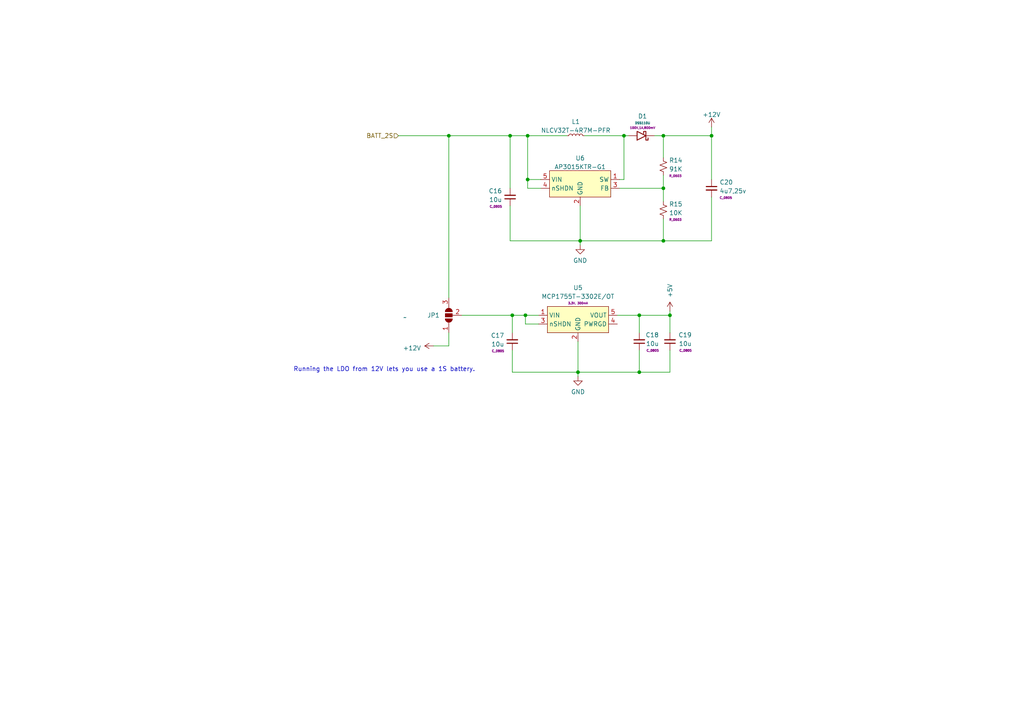
<source format=kicad_sch>
(kicad_sch (version 20211123) (generator eeschema)

  (uuid 46677323-355d-452e-84c0-d0f6ee10576a)

  (paper "A4")

  (lib_symbols
    (symbol "C_Capacitor:C_0805" (pin_numbers hide) (pin_names (offset 1.016)) (in_bom yes) (on_board yes)
      (property "Reference" "C" (id 0) (at 3.175 1.905 0)
        (effects (font (size 1.27 1.27)))
      )
      (property "Value" "C_0805" (id 1) (at 5.715 0 0)
        (effects (font (size 1.27 1.27)))
      )
      (property "Footprint" "C_Capacitor:C_0805" (id 2) (at -3.175 0 90)
        (effects (font (size 1.27 1.27)) hide)
      )
      (property "Datasheet" "" (id 3) (at 2.54 2.54 0)
        (effects (font (size 1.27 1.27)) hide)
      )
      (property "Size" "C_0805" (id 4) (at 4.445 -1.905 0)
        (effects (font (size 0.635 0.635)))
      )
      (symbol "C_0805_1_1"
        (polyline
          (pts
            (xy -1.524 -0.508)
            (xy 1.524 -0.508)
          )
          (stroke (width 0.3302) (type default) (color 0 0 0 0))
          (fill (type none))
        )
        (polyline
          (pts
            (xy -1.524 0.508)
            (xy 1.524 0.508)
          )
          (stroke (width 0.3048) (type default) (color 0 0 0 0))
          (fill (type none))
        )
        (pin passive line (at 0 2.54 270) (length 2.032)
          (name "~" (effects (font (size 1.27 1.27))))
          (number "1" (effects (font (size 1.27 1.27))))
        )
        (pin passive line (at 0 -2.54 90) (length 2.032)
          (name "~" (effects (font (size 1.27 1.27))))
          (number "2" (effects (font (size 1.27 1.27))))
        )
      )
    )
    (symbol "D_Diode:DSS110U" (pin_numbers hide) (pin_names (offset 1.016) hide) (in_bom yes) (on_board yes)
      (property "Reference" "D" (id 0) (at -1.27 3.175 0)
        (effects (font (size 1.27 1.27)))
      )
      (property "Value" "DSS110U" (id 1) (at 0.635 -2.54 0)
        (effects (font (size 0.635 0.635)))
      )
      (property "Footprint" "D_Diode:D_SOD_123" (id 2) (at 0.635 -5.715 0)
        (effects (font (size 1.27 1.27)) hide)
      )
      (property "Datasheet" "https://www.smc-diodes.com/propdf/DSS12U%20THRU%20DSS125U%20N1873%20REV.A.pdf" (id 3) (at -1.27 -7.62 0)
        (effects (font (size 1.27 1.27)) hide)
      )
      (property "Params" "100V,1A,800mV" (id 4) (at 0.635 -3.81 0)
        (effects (font (size 0.635 0.635)))
      )
      (property "ki_keywords" "DIODE SCHOTTKY 100V 1A SOD123FL" (id 5) (at 0 0 0)
        (effects (font (size 1.27 1.27)) hide)
      )
      (property "ki_description" "DIODE SCHOTTKY 100V 1A SOD123FL" (id 6) (at 0 0 0)
        (effects (font (size 1.27 1.27)) hide)
      )
      (symbol "DSS110U_1_1"
        (polyline
          (pts
            (xy 1.27 1.27)
            (xy 1.27 -1.27)
            (xy -1.27 0)
            (xy 1.27 1.27)
          )
          (stroke (width 0.254) (type default) (color 0 0 0 0))
          (fill (type none))
        )
        (polyline
          (pts
            (xy -1.905 0.635)
            (xy -1.905 1.27)
            (xy -1.27 1.27)
            (xy -1.27 -1.27)
            (xy -0.635 -1.27)
            (xy -0.635 -0.635)
          )
          (stroke (width 0.254) (type default) (color 0 0 0 0))
          (fill (type none))
        )
        (pin passive line (at -3.81 0 0) (length 2.54)
          (name "~" (effects (font (size 1.27 1.27))))
          (number "1" (effects (font (size 1.27 1.27))))
        )
        (pin passive line (at 3.81 0 180) (length 2.54)
          (name "~" (effects (font (size 1.27 1.27))))
          (number "2" (effects (font (size 1.27 1.27))))
        )
      )
    )
    (symbol "Jumper:SolderJumper_3_Open" (pin_names (offset 0) hide) (in_bom yes) (on_board yes)
      (property "Reference" "JP" (id 0) (at -2.54 -2.54 0)
        (effects (font (size 1.27 1.27)))
      )
      (property "Value" "SolderJumper_3_Open" (id 1) (at 0 2.794 0)
        (effects (font (size 1.27 1.27)))
      )
      (property "Footprint" "" (id 2) (at 0 0 0)
        (effects (font (size 1.27 1.27)) hide)
      )
      (property "Datasheet" "~" (id 3) (at 0 0 0)
        (effects (font (size 1.27 1.27)) hide)
      )
      (property "ki_keywords" "Solder Jumper SPDT" (id 4) (at 0 0 0)
        (effects (font (size 1.27 1.27)) hide)
      )
      (property "ki_description" "Solder Jumper, 3-pole, open" (id 5) (at 0 0 0)
        (effects (font (size 1.27 1.27)) hide)
      )
      (property "ki_fp_filters" "SolderJumper*Open*" (id 6) (at 0 0 0)
        (effects (font (size 1.27 1.27)) hide)
      )
      (symbol "SolderJumper_3_Open_0_1"
        (arc (start -1.016 1.016) (mid -2.032 0) (end -1.016 -1.016)
          (stroke (width 0) (type default) (color 0 0 0 0))
          (fill (type none))
        )
        (arc (start -1.016 1.016) (mid -2.032 0) (end -1.016 -1.016)
          (stroke (width 0) (type default) (color 0 0 0 0))
          (fill (type outline))
        )
        (rectangle (start -0.508 1.016) (end 0.508 -1.016)
          (stroke (width 0) (type default) (color 0 0 0 0))
          (fill (type outline))
        )
        (polyline
          (pts
            (xy -2.54 0)
            (xy -2.032 0)
          )
          (stroke (width 0) (type default) (color 0 0 0 0))
          (fill (type none))
        )
        (polyline
          (pts
            (xy -1.016 1.016)
            (xy -1.016 -1.016)
          )
          (stroke (width 0) (type default) (color 0 0 0 0))
          (fill (type none))
        )
        (polyline
          (pts
            (xy 0 -1.27)
            (xy 0 -1.016)
          )
          (stroke (width 0) (type default) (color 0 0 0 0))
          (fill (type none))
        )
        (polyline
          (pts
            (xy 1.016 1.016)
            (xy 1.016 -1.016)
          )
          (stroke (width 0) (type default) (color 0 0 0 0))
          (fill (type none))
        )
        (polyline
          (pts
            (xy 2.54 0)
            (xy 2.032 0)
          )
          (stroke (width 0) (type default) (color 0 0 0 0))
          (fill (type none))
        )
        (arc (start 1.016 -1.016) (mid 2.032 0) (end 1.016 1.016)
          (stroke (width 0) (type default) (color 0 0 0 0))
          (fill (type none))
        )
        (arc (start 1.016 -1.016) (mid 2.032 0) (end 1.016 1.016)
          (stroke (width 0) (type default) (color 0 0 0 0))
          (fill (type outline))
        )
      )
      (symbol "SolderJumper_3_Open_1_1"
        (pin passive line (at -5.08 0 0) (length 2.54)
          (name "A" (effects (font (size 1.27 1.27))))
          (number "1" (effects (font (size 1.27 1.27))))
        )
        (pin passive line (at 0 -3.81 90) (length 2.54)
          (name "C" (effects (font (size 1.27 1.27))))
          (number "2" (effects (font (size 1.27 1.27))))
        )
        (pin passive line (at 5.08 0 180) (length 2.54)
          (name "B" (effects (font (size 1.27 1.27))))
          (number "3" (effects (font (size 1.27 1.27))))
        )
      )
    )
    (symbol "L_Inductor:NLCV32T-4R7M-PFR" (pin_numbers hide) (pin_names hide) (in_bom yes) (on_board yes)
      (property "Reference" "L" (id 0) (at 1.905 1.27 0)
        (effects (font (size 1.27 1.27)))
      )
      (property "Value" "NLCV32T-4R7M-PFR" (id 1) (at 11.43 -0.635 0)
        (effects (font (size 1.27 1.27)))
      )
      (property "Footprint" "L_Inductor:L_1210" (id 2) (at 10.16 -2.54 0)
        (effects (font (size 1.27 1.27)) hide)
      )
      (property "Datasheet" "" (id 3) (at 18.415 2.54 0)
        (effects (font (size 1.27 1.27)) hide)
      )
      (symbol "NLCV32T-4R7M-PFR_0_1"
        (arc (start 0 -2.032) (mid 0.508 -1.524) (end 0 -1.016)
          (stroke (width 0) (type default) (color 0 0 0 0))
          (fill (type none))
        )
        (arc (start 0 -1.016) (mid 0.508 -0.508) (end 0 0)
          (stroke (width 0) (type default) (color 0 0 0 0))
          (fill (type none))
        )
        (arc (start 0 0) (mid 0.508 0.508) (end 0 1.016)
          (stroke (width 0) (type default) (color 0 0 0 0))
          (fill (type none))
        )
        (arc (start 0 1.016) (mid 0.508 1.524) (end 0 2.032)
          (stroke (width 0) (type default) (color 0 0 0 0))
          (fill (type none))
        )
      )
      (symbol "NLCV32T-4R7M-PFR_1_1"
        (pin passive line (at 0 2.54 270) (length 0.508)
          (name "~" (effects (font (size 1.27 1.27))))
          (number "1" (effects (font (size 1.27 1.27))))
        )
        (pin passive line (at 0 -2.54 90) (length 0.508)
          (name "~" (effects (font (size 1.27 1.27))))
          (number "2" (effects (font (size 1.27 1.27))))
        )
      )
    )
    (symbol "R_Resistor:R_0603" (pin_numbers hide) (pin_names (offset 1.016)) (in_bom yes) (on_board yes)
      (property "Reference" "R" (id 0) (at 2.54 1.905 0)
        (effects (font (size 1.27 1.27)))
      )
      (property "Value" "R_0603" (id 1) (at 5.08 0 0)
        (effects (font (size 1.27 1.27)))
      )
      (property "Footprint" "R_Resistor:R_0603" (id 2) (at -2.54 0 90)
        (effects (font (size 1.27 1.27)) hide)
      )
      (property "Datasheet" "" (id 3) (at -2.54 -3.81 0)
        (effects (font (size 1.27 1.27)) hide)
      )
      (property "Size" "R_0603" (id 4) (at 3.81 -1.905 0)
        (effects (font (size 0.635 0.635)))
      )
      (symbol "R_0603_1_1"
        (polyline
          (pts
            (xy 0 0)
            (xy 1.016 -0.381)
            (xy 0 -0.762)
            (xy -1.016 -1.143)
            (xy 0 -1.524)
          )
          (stroke (width 0) (type default) (color 0 0 0 0))
          (fill (type none))
        )
        (polyline
          (pts
            (xy 0 1.524)
            (xy 1.016 1.143)
            (xy 0 0.762)
            (xy -1.016 0.381)
            (xy 0 0)
          )
          (stroke (width 0) (type default) (color 0 0 0 0))
          (fill (type none))
        )
        (pin passive line (at 0 2.54 270) (length 1.016)
          (name "~" (effects (font (size 1.27 1.27))))
          (number "1" (effects (font (size 1.27 1.27))))
        )
        (pin passive line (at 0 -2.54 90) (length 1.016)
          (name "~" (effects (font (size 1.27 1.27))))
          (number "2" (effects (font (size 1.27 1.27))))
        )
      )
    )
    (symbol "U_Power:AP3015KTR-G1" (in_bom yes) (on_board yes)
      (property "Reference" "U" (id 0) (at -7.62 5.08 0)
        (effects (font (size 1.27 1.27)))
      )
      (property "Value" "AP3015KTR-G1" (id 1) (at 10.16 -6.35 0)
        (effects (font (size 1.27 1.27)))
      )
      (property "Footprint" "U_IC:SOT23_5" (id 2) (at 1.27 -17.78 0)
        (effects (font (size 1.27 1.27)) hide)
      )
      (property "Datasheet" "https://www.diodes.com/assets/Datasheets/AP3015_A.pdf" (id 3) (at 1.27 -17.78 0)
        (effects (font (size 1.27 1.27)) hide)
      )
      (property "ki_keywords" "IC REG BOOST ADJ 300MA SOT23-5" (id 4) (at 0 0 0)
        (effects (font (size 1.27 1.27)) hide)
      )
      (property "ki_description" "IC REG BOOST ADJ 300MA SOT23-5" (id 5) (at 0 0 0)
        (effects (font (size 1.27 1.27)) hide)
      )
      (symbol "AP3015KTR-G1_0_1"
        (rectangle (start -8.89 -3.81) (end 8.89 3.81)
          (stroke (width 0.1524) (type default) (color 0 0 0 0))
          (fill (type background))
        )
      )
      (symbol "AP3015KTR-G1_1_1"
        (pin power_out line (at 11.43 1.27 180) (length 2.54)
          (name "SW" (effects (font (size 1.27 1.27))))
          (number "1" (effects (font (size 1.27 1.27))))
        )
        (pin power_in line (at 0 -6.35 90) (length 2.54)
          (name "GND" (effects (font (size 1.27 1.27))))
          (number "2" (effects (font (size 1.27 1.27))))
        )
        (pin input line (at 11.43 -1.27 180) (length 2.54)
          (name "FB" (effects (font (size 1.27 1.27))))
          (number "3" (effects (font (size 1.27 1.27))))
        )
        (pin input line (at -11.43 -1.27 0) (length 2.54)
          (name "nSHDN" (effects (font (size 1.27 1.27))))
          (number "4" (effects (font (size 1.27 1.27))))
        )
        (pin power_in line (at -11.43 1.27 0) (length 2.54)
          (name "VIN" (effects (font (size 1.27 1.27))))
          (number "5" (effects (font (size 1.27 1.27))))
        )
      )
    )
    (symbol "U_Power:MCP1755T-3302E{slash}OT" (in_bom yes) (on_board yes)
      (property "Reference" "U" (id 0) (at -7.62 6.35 0)
        (effects (font (size 1.27 1.27)))
      )
      (property "Value" "MCP1755T-3302E{slash}OT" (id 1) (at 12.7 -3.81 0)
        (effects (font (size 1.27 1.27)))
      )
      (property "Footprint" "U_IC:SOT23_5" (id 2) (at 8.89 -6.35 0)
        (effects (font (size 1.27 1.27)) hide)
      )
      (property "Datasheet" "https://ww1.microchip.com/downloads/en/DeviceDoc/MCP1755-MCP1755S-Data-Sheet-DS20005160B.pdf" (id 3) (at -2.54 -15.875 0)
        (effects (font (size 1.27 1.27)) hide)
      )
      (property "Params" "3.3V, 300mA" (id 4) (at 6.35 -5.08 0)
        (effects (font (size 0.6 0.6)))
      )
      (property "ki_description" "IC REG LINEAR 3.3V 300MA SOT23-5" (id 5) (at 0 0 0)
        (effects (font (size 1.27 1.27)) hide)
      )
      (symbol "MCP1755T-3302E{slash}OT_0_1"
        (rectangle (start -8.89 -2.54) (end 8.89 5.08)
          (stroke (width 0.1524) (type default) (color 0 0 0 0))
          (fill (type background))
        )
      )
      (symbol "MCP1755T-3302E{slash}OT_1_1"
        (pin power_in line (at -11.43 2.54 0) (length 2.54)
          (name "VIN" (effects (font (size 1.27 1.27))))
          (number "1" (effects (font (size 1.27 1.27))))
        )
        (pin power_in line (at 0 -5.08 90) (length 2.54)
          (name "GND" (effects (font (size 1.27 1.27))))
          (number "2" (effects (font (size 1.27 1.27))))
        )
        (pin input line (at -11.43 0 0) (length 2.54)
          (name "nSHDN" (effects (font (size 1.27 1.27))))
          (number "3" (effects (font (size 1.27 1.27))))
        )
        (pin output line (at 11.43 0 180) (length 2.54)
          (name "PWRGD" (effects (font (size 1.27 1.27))))
          (number "4" (effects (font (size 1.27 1.27))))
        )
        (pin power_out line (at 11.43 2.54 180) (length 2.54)
          (name "VOUT" (effects (font (size 1.27 1.27))))
          (number "5" (effects (font (size 1.27 1.27))))
        )
      )
    )
    (symbol "power:+12V" (power) (pin_names (offset 0)) (in_bom yes) (on_board yes)
      (property "Reference" "#PWR" (id 0) (at 0 -3.81 0)
        (effects (font (size 1.27 1.27)) hide)
      )
      (property "Value" "+12V" (id 1) (at 0 3.556 0)
        (effects (font (size 1.27 1.27)))
      )
      (property "Footprint" "" (id 2) (at 0 0 0)
        (effects (font (size 1.27 1.27)) hide)
      )
      (property "Datasheet" "" (id 3) (at 0 0 0)
        (effects (font (size 1.27 1.27)) hide)
      )
      (property "ki_keywords" "power-flag" (id 4) (at 0 0 0)
        (effects (font (size 1.27 1.27)) hide)
      )
      (property "ki_description" "Power symbol creates a global label with name \"+12V\"" (id 5) (at 0 0 0)
        (effects (font (size 1.27 1.27)) hide)
      )
      (symbol "+12V_0_1"
        (polyline
          (pts
            (xy -0.762 1.27)
            (xy 0 2.54)
          )
          (stroke (width 0) (type default) (color 0 0 0 0))
          (fill (type none))
        )
        (polyline
          (pts
            (xy 0 0)
            (xy 0 2.54)
          )
          (stroke (width 0) (type default) (color 0 0 0 0))
          (fill (type none))
        )
        (polyline
          (pts
            (xy 0 2.54)
            (xy 0.762 1.27)
          )
          (stroke (width 0) (type default) (color 0 0 0 0))
          (fill (type none))
        )
      )
      (symbol "+12V_1_1"
        (pin power_in line (at 0 0 90) (length 0) hide
          (name "+12V" (effects (font (size 1.27 1.27))))
          (number "1" (effects (font (size 1.27 1.27))))
        )
      )
    )
    (symbol "power:+5V" (power) (pin_names (offset 0)) (in_bom yes) (on_board yes)
      (property "Reference" "#PWR" (id 0) (at 0 -3.81 0)
        (effects (font (size 1.27 1.27)) hide)
      )
      (property "Value" "+5V" (id 1) (at 0 3.556 0)
        (effects (font (size 1.27 1.27)))
      )
      (property "Footprint" "" (id 2) (at 0 0 0)
        (effects (font (size 1.27 1.27)) hide)
      )
      (property "Datasheet" "" (id 3) (at 0 0 0)
        (effects (font (size 1.27 1.27)) hide)
      )
      (property "ki_keywords" "power-flag" (id 4) (at 0 0 0)
        (effects (font (size 1.27 1.27)) hide)
      )
      (property "ki_description" "Power symbol creates a global label with name \"+5V\"" (id 5) (at 0 0 0)
        (effects (font (size 1.27 1.27)) hide)
      )
      (symbol "+5V_0_1"
        (polyline
          (pts
            (xy -0.762 1.27)
            (xy 0 2.54)
          )
          (stroke (width 0) (type default) (color 0 0 0 0))
          (fill (type none))
        )
        (polyline
          (pts
            (xy 0 0)
            (xy 0 2.54)
          )
          (stroke (width 0) (type default) (color 0 0 0 0))
          (fill (type none))
        )
        (polyline
          (pts
            (xy 0 2.54)
            (xy 0.762 1.27)
          )
          (stroke (width 0) (type default) (color 0 0 0 0))
          (fill (type none))
        )
      )
      (symbol "+5V_1_1"
        (pin power_in line (at 0 0 90) (length 0) hide
          (name "+5V" (effects (font (size 1.27 1.27))))
          (number "1" (effects (font (size 1.27 1.27))))
        )
      )
    )
    (symbol "power:GND" (power) (pin_names (offset 0)) (in_bom yes) (on_board yes)
      (property "Reference" "#PWR" (id 0) (at 0 -6.35 0)
        (effects (font (size 1.27 1.27)) hide)
      )
      (property "Value" "GND" (id 1) (at 0 -3.81 0)
        (effects (font (size 1.27 1.27)))
      )
      (property "Footprint" "" (id 2) (at 0 0 0)
        (effects (font (size 1.27 1.27)) hide)
      )
      (property "Datasheet" "" (id 3) (at 0 0 0)
        (effects (font (size 1.27 1.27)) hide)
      )
      (property "ki_keywords" "power-flag" (id 4) (at 0 0 0)
        (effects (font (size 1.27 1.27)) hide)
      )
      (property "ki_description" "Power symbol creates a global label with name \"GND\" , ground" (id 5) (at 0 0 0)
        (effects (font (size 1.27 1.27)) hide)
      )
      (symbol "GND_0_1"
        (polyline
          (pts
            (xy 0 0)
            (xy 0 -1.27)
            (xy 1.27 -1.27)
            (xy 0 -2.54)
            (xy -1.27 -1.27)
            (xy 0 -1.27)
          )
          (stroke (width 0) (type default) (color 0 0 0 0))
          (fill (type none))
        )
      )
      (symbol "GND_1_1"
        (pin power_in line (at 0 0 270) (length 0) hide
          (name "GND" (effects (font (size 1.27 1.27))))
          (number "1" (effects (font (size 1.27 1.27))))
        )
      )
    )
  )

  (junction (at 167.64 107.95) (diameter 0) (color 0 0 0 0)
    (uuid 03a1eeb4-9386-4860-b68b-aee1461ecfbb)
  )
  (junction (at 153.035 52.07) (diameter 0) (color 0 0 0 0)
    (uuid 0b935460-6ee5-4769-8153-6fcfbacb364d)
  )
  (junction (at 148.59 91.44) (diameter 0) (color 0 0 0 0)
    (uuid 1142e50e-9f1e-439a-8d74-97d3463182d8)
  )
  (junction (at 185.42 107.95) (diameter 0) (color 0 0 0 0)
    (uuid 140a54f3-a345-49a3-8d3c-1bb73bd40956)
  )
  (junction (at 194.31 91.44) (diameter 0) (color 0 0 0 0)
    (uuid 17e181a5-d389-4930-87d9-1c7af3182f99)
  )
  (junction (at 180.975 39.37) (diameter 0) (color 0 0 0 0)
    (uuid 9a1f2c6e-c802-48dd-8500-9b85d1b56a35)
  )
  (junction (at 192.405 69.85) (diameter 0) (color 0 0 0 0)
    (uuid 9f603ef2-da8c-4533-8bde-250690f29da5)
  )
  (junction (at 147.955 39.37) (diameter 0) (color 0 0 0 0)
    (uuid a490a513-5a3c-4b77-b87a-de57ab0887ec)
  )
  (junction (at 192.405 54.61) (diameter 0) (color 0 0 0 0)
    (uuid ab5979a8-5ee5-4c69-8991-aebe337ad2dc)
  )
  (junction (at 168.275 69.85) (diameter 0) (color 0 0 0 0)
    (uuid b63e03c8-2ade-4925-9f9b-1b85b9280f85)
  )
  (junction (at 152.4 91.44) (diameter 0) (color 0 0 0 0)
    (uuid bafedc8f-b899-48b4-9e36-a07e297547a7)
  )
  (junction (at 153.035 39.37) (diameter 0) (color 0 0 0 0)
    (uuid d9e794b5-fc32-4304-8575-976469ae138a)
  )
  (junction (at 185.42 91.44) (diameter 0) (color 0 0 0 0)
    (uuid de0bd0d9-6faf-4833-9354-a36cca9896e8)
  )
  (junction (at 130.175 39.37) (diameter 0) (color 0 0 0 0)
    (uuid de12c4d6-e15b-41bf-9c25-2a472fd18b52)
  )
  (junction (at 192.405 39.37) (diameter 0) (color 0 0 0 0)
    (uuid e6691fe9-0674-4e9f-a0b1-59fb44c1e737)
  )
  (junction (at 206.375 39.37) (diameter 0) (color 0 0 0 0)
    (uuid ee1daa04-35c4-4cd0-9475-c20cea39d78e)
  )

  (wire (pts (xy 194.31 90.17) (xy 194.31 91.44))
    (stroke (width 0) (type default) (color 0 0 0 0))
    (uuid 006d9af2-2526-4a1c-bcb9-c709a78fad14)
  )
  (wire (pts (xy 194.31 101.6) (xy 194.31 107.95))
    (stroke (width 0) (type default) (color 0 0 0 0))
    (uuid 02346d33-ea46-4d7b-b65f-ae255e66d642)
  )
  (wire (pts (xy 130.175 96.52) (xy 130.175 100.33))
    (stroke (width 0) (type default) (color 0 0 0 0))
    (uuid 0ad5a2c7-5639-437d-baa9-1883b3db59e7)
  )
  (wire (pts (xy 179.705 54.61) (xy 192.405 54.61))
    (stroke (width 0) (type default) (color 0 0 0 0))
    (uuid 0c7e7878-5d7f-43be-9362-3d1680210f9d)
  )
  (wire (pts (xy 194.31 91.44) (xy 185.42 91.44))
    (stroke (width 0) (type default) (color 0 0 0 0))
    (uuid 0d09e702-91d5-41db-92d6-5a70aaa66d53)
  )
  (wire (pts (xy 130.175 39.37) (xy 130.175 86.36))
    (stroke (width 0) (type default) (color 0 0 0 0))
    (uuid 0ea8d474-789c-4149-9078-12a00de5e3ee)
  )
  (wire (pts (xy 180.975 52.07) (xy 180.975 39.37))
    (stroke (width 0) (type default) (color 0 0 0 0))
    (uuid 18f12db8-2c68-4103-8601-ec0065a0d334)
  )
  (wire (pts (xy 167.64 107.95) (xy 167.64 109.22))
    (stroke (width 0) (type default) (color 0 0 0 0))
    (uuid 24be569d-5032-4a1b-a6a2-01b6c417bb62)
  )
  (wire (pts (xy 148.59 96.52) (xy 148.59 91.44))
    (stroke (width 0) (type default) (color 0 0 0 0))
    (uuid 2505b286-6ef8-4fcc-b0a0-51fae42cef00)
  )
  (wire (pts (xy 179.07 91.44) (xy 185.42 91.44))
    (stroke (width 0) (type default) (color 0 0 0 0))
    (uuid 2862c247-cb01-4f26-af0e-e80f4137d304)
  )
  (wire (pts (xy 192.405 54.61) (xy 192.405 58.42))
    (stroke (width 0) (type default) (color 0 0 0 0))
    (uuid 346d7d65-63eb-4f09-93be-422fadf647b5)
  )
  (wire (pts (xy 206.375 36.83) (xy 206.375 39.37))
    (stroke (width 0) (type default) (color 0 0 0 0))
    (uuid 35e392e9-3566-4590-ab9d-dbdda3a5f298)
  )
  (wire (pts (xy 180.975 39.37) (xy 182.245 39.37))
    (stroke (width 0) (type default) (color 0 0 0 0))
    (uuid 372da2a5-49fd-4c3f-a6da-ac8b167991a5)
  )
  (wire (pts (xy 156.21 93.98) (xy 152.4 93.98))
    (stroke (width 0) (type default) (color 0 0 0 0))
    (uuid 37b3cf9b-446d-469a-b3e5-c67ad33dfb76)
  )
  (wire (pts (xy 153.035 39.37) (xy 153.035 52.07))
    (stroke (width 0) (type default) (color 0 0 0 0))
    (uuid 3831952c-9b2c-439f-a134-2ed0b6d94379)
  )
  (wire (pts (xy 133.985 91.44) (xy 148.59 91.44))
    (stroke (width 0) (type default) (color 0 0 0 0))
    (uuid 3ece85a7-f69b-4da6-ba9c-e4eca8734541)
  )
  (wire (pts (xy 194.31 107.95) (xy 185.42 107.95))
    (stroke (width 0) (type default) (color 0 0 0 0))
    (uuid 4110be83-8ce7-4323-95c4-0e51eea3f944)
  )
  (wire (pts (xy 189.865 39.37) (xy 192.405 39.37))
    (stroke (width 0) (type default) (color 0 0 0 0))
    (uuid 451cca76-5dfa-4048-a854-c80a3c71e740)
  )
  (wire (pts (xy 153.035 54.61) (xy 153.035 52.07))
    (stroke (width 0) (type default) (color 0 0 0 0))
    (uuid 47000c58-f6d9-422e-88d7-5b51a47f4dc4)
  )
  (wire (pts (xy 192.405 63.5) (xy 192.405 69.85))
    (stroke (width 0) (type default) (color 0 0 0 0))
    (uuid 48b6a0e0-cfd0-4ef7-b272-e3a306f1c1fa)
  )
  (wire (pts (xy 179.705 52.07) (xy 180.975 52.07))
    (stroke (width 0) (type default) (color 0 0 0 0))
    (uuid 53f03414-ef77-4539-bcc0-be37cf383c6d)
  )
  (wire (pts (xy 147.955 39.37) (xy 147.955 54.61))
    (stroke (width 0) (type default) (color 0 0 0 0))
    (uuid 5ea630fa-b4c7-4bea-9296-6e19e1ca94d4)
  )
  (wire (pts (xy 192.405 39.37) (xy 206.375 39.37))
    (stroke (width 0) (type default) (color 0 0 0 0))
    (uuid 628ca4ce-39bf-47ea-a811-a3b78c9b336d)
  )
  (wire (pts (xy 152.4 91.44) (xy 156.21 91.44))
    (stroke (width 0) (type default) (color 0 0 0 0))
    (uuid 6378d221-7cdd-4d06-8098-5ed57b9fcd6c)
  )
  (wire (pts (xy 206.375 39.37) (xy 206.375 52.07))
    (stroke (width 0) (type default) (color 0 0 0 0))
    (uuid 6a732e12-c416-428d-8afe-44790152e545)
  )
  (wire (pts (xy 153.035 52.07) (xy 156.845 52.07))
    (stroke (width 0) (type default) (color 0 0 0 0))
    (uuid 746520cf-88be-4b71-a823-bc0bf9f13fac)
  )
  (wire (pts (xy 167.64 107.95) (xy 185.42 107.95))
    (stroke (width 0) (type default) (color 0 0 0 0))
    (uuid 770928c7-a4c6-4b85-8896-159cd0e8b110)
  )
  (wire (pts (xy 115.57 39.37) (xy 130.175 39.37))
    (stroke (width 0) (type default) (color 0 0 0 0))
    (uuid 79613a0c-6c15-4b5a-a43b-994c4be6d03d)
  )
  (wire (pts (xy 168.275 69.85) (xy 168.275 71.12))
    (stroke (width 0) (type default) (color 0 0 0 0))
    (uuid 7d3995be-904f-4da7-9d18-86224428aafb)
  )
  (wire (pts (xy 192.405 69.85) (xy 168.275 69.85))
    (stroke (width 0) (type default) (color 0 0 0 0))
    (uuid 7eb251bd-6fa9-4569-a286-6157fa495969)
  )
  (wire (pts (xy 148.59 101.6) (xy 148.59 107.95))
    (stroke (width 0) (type default) (color 0 0 0 0))
    (uuid 8196ea3e-33a9-488e-acde-d64b6b14b07c)
  )
  (wire (pts (xy 185.42 91.44) (xy 185.42 96.52))
    (stroke (width 0) (type default) (color 0 0 0 0))
    (uuid 8c33d561-7a4b-41bc-aa07-c458e167e37b)
  )
  (wire (pts (xy 148.59 107.95) (xy 167.64 107.95))
    (stroke (width 0) (type default) (color 0 0 0 0))
    (uuid 8f96fffa-4124-4d33-bf5c-964d69b7cc20)
  )
  (wire (pts (xy 147.955 69.85) (xy 168.275 69.85))
    (stroke (width 0) (type default) (color 0 0 0 0))
    (uuid 90a29924-d030-4e20-8930-045efed90b04)
  )
  (wire (pts (xy 147.955 39.37) (xy 153.035 39.37))
    (stroke (width 0) (type default) (color 0 0 0 0))
    (uuid 944d6724-39a3-4717-bf97-a3e40da575d4)
  )
  (wire (pts (xy 192.405 54.61) (xy 192.405 50.8))
    (stroke (width 0) (type default) (color 0 0 0 0))
    (uuid 96b8946d-36b3-4f4d-8760-c2dfb341e948)
  )
  (wire (pts (xy 148.59 91.44) (xy 152.4 91.44))
    (stroke (width 0) (type default) (color 0 0 0 0))
    (uuid 985565c0-3613-43b0-8756-0e6275eed103)
  )
  (wire (pts (xy 206.375 69.85) (xy 192.405 69.85))
    (stroke (width 0) (type default) (color 0 0 0 0))
    (uuid a8b60527-4b22-45cb-aa76-e4be2c0da31f)
  )
  (wire (pts (xy 130.175 39.37) (xy 147.955 39.37))
    (stroke (width 0) (type default) (color 0 0 0 0))
    (uuid a92903fe-4012-4e4a-8826-fb641208fa9e)
  )
  (wire (pts (xy 206.375 57.15) (xy 206.375 69.85))
    (stroke (width 0) (type default) (color 0 0 0 0))
    (uuid bf22b281-acc5-4b77-961a-572b6113bb4c)
  )
  (wire (pts (xy 168.275 59.69) (xy 168.275 69.85))
    (stroke (width 0) (type default) (color 0 0 0 0))
    (uuid c02c3855-446e-4dba-b28a-cea66af6716a)
  )
  (wire (pts (xy 192.405 39.37) (xy 192.405 45.72))
    (stroke (width 0) (type default) (color 0 0 0 0))
    (uuid c82db870-8ba8-4af0-b82c-6a34a821758e)
  )
  (wire (pts (xy 185.42 101.6) (xy 185.42 107.95))
    (stroke (width 0) (type default) (color 0 0 0 0))
    (uuid d8ecbe92-8ee6-4110-b4e6-17a501907453)
  )
  (wire (pts (xy 194.31 96.52) (xy 194.31 91.44))
    (stroke (width 0) (type default) (color 0 0 0 0))
    (uuid dc797af6-ef78-455a-aabd-144bbaf4fa0e)
  )
  (wire (pts (xy 169.545 39.37) (xy 180.975 39.37))
    (stroke (width 0) (type default) (color 0 0 0 0))
    (uuid df460044-c212-4545-8552-ab1800bc4788)
  )
  (wire (pts (xy 152.4 93.98) (xy 152.4 91.44))
    (stroke (width 0) (type default) (color 0 0 0 0))
    (uuid e1e198ea-0511-41d4-bfe4-a6f6cf9b796c)
  )
  (wire (pts (xy 125.73 100.33) (xy 130.175 100.33))
    (stroke (width 0) (type default) (color 0 0 0 0))
    (uuid e2dc8f56-2483-4a05-a370-a483198cf008)
  )
  (wire (pts (xy 147.955 59.69) (xy 147.955 69.85))
    (stroke (width 0) (type default) (color 0 0 0 0))
    (uuid e732b30f-c791-4df8-9049-386f8746216d)
  )
  (wire (pts (xy 156.845 54.61) (xy 153.035 54.61))
    (stroke (width 0) (type default) (color 0 0 0 0))
    (uuid e99c14df-5321-4e31-997f-5711175055e0)
  )
  (wire (pts (xy 153.035 39.37) (xy 164.465 39.37))
    (stroke (width 0) (type default) (color 0 0 0 0))
    (uuid ec5ce4df-21cf-4ec5-a054-02e72d6d3af8)
  )
  (wire (pts (xy 167.64 99.06) (xy 167.64 107.95))
    (stroke (width 0) (type default) (color 0 0 0 0))
    (uuid eec59bff-5310-4356-ae23-e13b976b9f34)
  )

  (text "Running the LDO from 12V lets you use a 1S battery."
    (at 85.09 107.95 0)
    (effects (font (size 1.27 1.27)) (justify left bottom))
    (uuid dcdf6ee4-7025-46bf-a579-8dc155676ef5)
  )

  (hierarchical_label "BATT_2S" (shape input) (at 115.57 39.37 180)
    (effects (font (size 1.27 1.27)) (justify right))
    (uuid 172e1627-3630-400f-99cb-a1541cf9809a)
  )

  (symbol (lib_id "U_Power:AP3015KTR-G1") (at 168.275 53.34 0) (unit 1)
    (in_bom yes) (on_board yes) (fields_autoplaced)
    (uuid 0053fcd1-d307-4f40-8252-cc1029e265e8)
    (property "Reference" "U6" (id 0) (at 168.275 45.881 0))
    (property "Value" "AP3015KTR-G1" (id 1) (at 168.275 48.4179 0))
    (property "Footprint" "U_IC:SOT23_5" (id 2) (at 169.545 71.12 0)
      (effects (font (size 1.27 1.27)) hide)
    )
    (property "Datasheet" "https://www.diodes.com/assets/Datasheets/AP3015_A.pdf" (id 3) (at 169.545 71.12 0)
      (effects (font (size 1.27 1.27)) hide)
    )
    (pin "1" (uuid 75d68f4f-56a3-4f63-881d-c1fbc4e94814))
    (pin "2" (uuid 323b066a-751b-45aa-bf9c-8c1353175bda))
    (pin "3" (uuid 30f97a6b-0a09-40fb-973f-3755e46ee2c7))
    (pin "4" (uuid 5f89cff9-4c1a-418b-98b9-fd599f9faf8e))
    (pin "5" (uuid 2e000e6a-84ea-442a-8754-e145d7ebb6d6))
  )

  (symbol (lib_id "U_Power:MCP1755T-3302E{slash}OT") (at 167.64 93.98 0) (unit 1)
    (in_bom yes) (on_board yes) (fields_autoplaced)
    (uuid 1acf3f5b-0bff-4052-b190-69a729caa68c)
    (property "Reference" "U5" (id 0) (at 167.64 83.4608 0))
    (property "Value" "MCP1755T-3302E/OT" (id 1) (at 167.64 85.9977 0))
    (property "Footprint" "U_IC:SOT23_5" (id 2) (at 176.53 100.33 0)
      (effects (font (size 1.27 1.27)) hide)
    )
    (property "Datasheet" "https://ww1.microchip.com/downloads/en/DeviceDoc/MCP1755-MCP1755S-Data-Sheet-DS20005160B.pdf" (id 3) (at 165.1 109.855 0)
      (effects (font (size 1.27 1.27)) hide)
    )
    (property "Params" "3.3V, 300mA" (id 4) (at 167.64 87.9325 0)
      (effects (font (size 0.6 0.6)))
    )
    (pin "1" (uuid 54458da3-9f4a-46c5-8d5e-c033f202cd7f))
    (pin "2" (uuid 05a553c2-51d4-40ab-b440-bf7e17007562))
    (pin "3" (uuid 31c9a123-a314-4fc8-8c9a-385577002776))
    (pin "4" (uuid 7595750b-5c27-4090-bfa9-3831968b6a62))
    (pin "5" (uuid 112c3970-a37c-4725-8010-301d4b22b3a7))
  )

  (symbol (lib_id "power:+5V") (at 194.31 90.17 0) (unit 1)
    (in_bom yes) (on_board yes)
    (uuid 4bfdf409-eb9a-4f35-bcd6-f4a35ce42a7c)
    (property "Reference" "#PWR034" (id 0) (at 194.31 93.98 0)
      (effects (font (size 1.27 1.27)) hide)
    )
    (property "Value" "+5V" (id 1) (at 194.31 86.36 90)
      (effects (font (size 1.27 1.27)) (justify left))
    )
    (property "Footprint" "" (id 2) (at 194.31 90.17 0)
      (effects (font (size 1.27 1.27)) hide)
    )
    (property "Datasheet" "" (id 3) (at 194.31 90.17 0)
      (effects (font (size 1.27 1.27)) hide)
    )
    (pin "1" (uuid 1f40f411-1ff4-43e1-a8f3-cd43455647c2))
  )

  (symbol (lib_id "C_Capacitor:C_0805") (at 206.375 54.61 0) (unit 1)
    (in_bom yes) (on_board yes) (fields_autoplaced)
    (uuid 507bfefb-7e48-4ba1-8935-9697f60ca50c)
    (property "Reference" "C20" (id 0) (at 208.6991 52.867 0)
      (effects (font (size 1.27 1.27)) (justify left))
    )
    (property "Value" "4u7,25v" (id 1) (at 208.6991 55.4039 0)
      (effects (font (size 1.27 1.27)) (justify left))
    )
    (property "Footprint" "C_Capacitor:C_0805" (id 2) (at 203.2 54.61 90)
      (effects (font (size 1.27 1.27)) hide)
    )
    (property "Datasheet" "" (id 3) (at 208.915 52.07 0)
      (effects (font (size 1.27 1.27)) hide)
    )
    (property "Size" "C_0805" (id 4) (at 208.6991 57.3702 0)
      (effects (font (size 0.635 0.635)) (justify left))
    )
    (pin "1" (uuid 04a2dc55-63b0-4695-bc29-baa5f58a3304))
    (pin "2" (uuid 7401380d-41fb-4930-8628-9f27d5f2eec4))
  )

  (symbol (lib_id "C_Capacitor:C_0805") (at 194.31 99.06 0) (mirror x) (unit 1)
    (in_bom yes) (on_board yes)
    (uuid 57fec2b5-9a95-464e-83a8-ee583313e937)
    (property "Reference" "C19" (id 0) (at 200.66 97.1581 0)
      (effects (font (size 1.27 1.27)) (justify right))
    )
    (property "Value" "10u" (id 1) (at 200.66 99.695 0)
      (effects (font (size 1.27 1.27)) (justify right))
    )
    (property "Footprint" "C_Capacitor:C_0805" (id 2) (at 191.135 99.06 90)
      (effects (font (size 1.27 1.27)) hide)
    )
    (property "Datasheet" "" (id 3) (at 196.85 101.6 0)
      (effects (font (size 1.27 1.27)) hide)
    )
    (property "Size" "C_0805" (id 4) (at 200.66 101.6613 0)
      (effects (font (size 0.635 0.635)) (justify right))
    )
    (pin "1" (uuid 08008551-c8f1-42e6-8d0a-eb5f41dd9290))
    (pin "2" (uuid dff7e4c9-83ee-495e-8e7a-f5fe4f031712))
  )

  (symbol (lib_id "R_Resistor:R_0603") (at 192.405 60.96 0) (unit 1)
    (in_bom yes) (on_board yes) (fields_autoplaced)
    (uuid 6f7635a9-bd7c-4ed1-a645-6924d8465d2a)
    (property "Reference" "R15" (id 0) (at 194.056 59.2107 0)
      (effects (font (size 1.27 1.27)) (justify left))
    )
    (property "Value" "10K" (id 1) (at 194.056 61.7476 0)
      (effects (font (size 1.27 1.27)) (justify left))
    )
    (property "Footprint" "R_Resistor:R_0603" (id 2) (at 189.865 60.96 90)
      (effects (font (size 1.27 1.27)) hide)
    )
    (property "Datasheet" "" (id 3) (at 189.865 64.77 0)
      (effects (font (size 1.27 1.27)) hide)
    )
    (property "Size" "R_0603" (id 4) (at 194.056 63.7139 0)
      (effects (font (size 0.635 0.635)) (justify left))
    )
    (pin "1" (uuid c6c1866a-619d-41b3-8125-e9a111172ec8))
    (pin "2" (uuid bd627f4c-950d-4d8c-8b0b-62d99f58fef8))
  )

  (symbol (lib_id "C_Capacitor:C_0805") (at 148.59 99.06 0) (mirror x) (unit 1)
    (in_bom yes) (on_board yes)
    (uuid 86ac4521-c333-4498-a98c-b85a518ec20f)
    (property "Reference" "C17" (id 0) (at 146.266 97.3043 0)
      (effects (font (size 1.27 1.27)) (justify right))
    )
    (property "Value" "10u" (id 1) (at 146.266 99.8412 0)
      (effects (font (size 1.27 1.27)) (justify right))
    )
    (property "Footprint" "C_Capacitor:C_0805" (id 2) (at 145.415 99.06 90)
      (effects (font (size 1.27 1.27)) hide)
    )
    (property "Datasheet" "" (id 3) (at 151.13 101.6 0)
      (effects (font (size 1.27 1.27)) hide)
    )
    (property "Size" "C_0805" (id 4) (at 146.266 101.8075 0)
      (effects (font (size 0.635 0.635)) (justify right))
    )
    (pin "1" (uuid 819760e1-3e05-4bff-88be-a8d640ce1330))
    (pin "2" (uuid 1ced59b7-1914-4c9b-811c-34e8af23d6da))
  )

  (symbol (lib_id "power:GND") (at 167.64 109.22 0) (unit 1)
    (in_bom yes) (on_board yes) (fields_autoplaced)
    (uuid 8cbe5b81-ab51-416b-b808-3bed2623c55e)
    (property "Reference" "#PWR032" (id 0) (at 167.64 115.57 0)
      (effects (font (size 1.27 1.27)) hide)
    )
    (property "Value" "GND" (id 1) (at 167.64 113.6634 0))
    (property "Footprint" "" (id 2) (at 167.64 109.22 0)
      (effects (font (size 1.27 1.27)) hide)
    )
    (property "Datasheet" "" (id 3) (at 167.64 109.22 0)
      (effects (font (size 1.27 1.27)) hide)
    )
    (pin "1" (uuid a43f0536-3659-4e4b-b3b6-135694a50474))
  )

  (symbol (lib_id "C_Capacitor:C_0805") (at 185.42 99.06 0) (mirror x) (unit 1)
    (in_bom yes) (on_board yes)
    (uuid ab03b556-1371-452f-b8cd-6c5a939fe2ee)
    (property "Reference" "C18" (id 0) (at 191.135 97.1581 0)
      (effects (font (size 1.27 1.27)) (justify right))
    )
    (property "Value" "10u" (id 1) (at 191.135 99.695 0)
      (effects (font (size 1.27 1.27)) (justify right))
    )
    (property "Footprint" "C_Capacitor:C_0805" (id 2) (at 182.245 99.06 90)
      (effects (font (size 1.27 1.27)) hide)
    )
    (property "Datasheet" "" (id 3) (at 187.96 101.6 0)
      (effects (font (size 1.27 1.27)) hide)
    )
    (property "Size" "C_0805" (id 4) (at 191.135 101.6613 0)
      (effects (font (size 0.635 0.635)) (justify right))
    )
    (pin "1" (uuid 26bba947-8c42-49e8-8ffc-2afa1c41ab97))
    (pin "2" (uuid 550cf1f9-d24d-4b2c-8303-66064f4eff48))
  )

  (symbol (lib_id "power:+12V") (at 206.375 36.83 0) (unit 1)
    (in_bom yes) (on_board yes) (fields_autoplaced)
    (uuid adb78f99-2910-4fce-8ea1-701a5974f6b5)
    (property "Reference" "#PWR035" (id 0) (at 206.375 40.64 0)
      (effects (font (size 1.27 1.27)) hide)
    )
    (property "Value" "+12V" (id 1) (at 206.375 33.2542 0))
    (property "Footprint" "" (id 2) (at 206.375 36.83 0)
      (effects (font (size 1.27 1.27)) hide)
    )
    (property "Datasheet" "" (id 3) (at 206.375 36.83 0)
      (effects (font (size 1.27 1.27)) hide)
    )
    (pin "1" (uuid 6547ac13-19b5-48cf-bc7e-61e73e18b3c4))
  )

  (symbol (lib_id "C_Capacitor:C_0805") (at 147.955 57.15 0) (mirror x) (unit 1)
    (in_bom yes) (on_board yes) (fields_autoplaced)
    (uuid ade9b05b-00eb-45ac-b5c9-501bcd89d504)
    (property "Reference" "C16" (id 0) (at 145.631 55.3943 0)
      (effects (font (size 1.27 1.27)) (justify right))
    )
    (property "Value" "10u" (id 1) (at 145.631 57.9312 0)
      (effects (font (size 1.27 1.27)) (justify right))
    )
    (property "Footprint" "C_Capacitor:C_0805" (id 2) (at 144.78 57.15 90)
      (effects (font (size 1.27 1.27)) hide)
    )
    (property "Datasheet" "" (id 3) (at 150.495 59.69 0)
      (effects (font (size 1.27 1.27)) hide)
    )
    (property "Size" "C_0805" (id 4) (at 145.631 59.8975 0)
      (effects (font (size 0.635 0.635)) (justify right))
    )
    (pin "1" (uuid 6c33a646-aee5-4ad3-85f7-877a1e3f3525))
    (pin "2" (uuid 742067ae-b68e-4084-9dd4-e2526357880d))
  )

  (symbol (lib_id "power:GND") (at 168.275 71.12 0) (unit 1)
    (in_bom yes) (on_board yes) (fields_autoplaced)
    (uuid be55ee8e-bb58-449a-a5a4-cba0f0375819)
    (property "Reference" "#PWR033" (id 0) (at 168.275 77.47 0)
      (effects (font (size 1.27 1.27)) hide)
    )
    (property "Value" "GND" (id 1) (at 168.275 75.5634 0))
    (property "Footprint" "" (id 2) (at 168.275 71.12 0)
      (effects (font (size 1.27 1.27)) hide)
    )
    (property "Datasheet" "" (id 3) (at 168.275 71.12 0)
      (effects (font (size 1.27 1.27)) hide)
    )
    (pin "1" (uuid d585a017-ca87-48b9-b543-91e9acef4344))
  )

  (symbol (lib_id "L_Inductor:NLCV32T-4R7M-PFR") (at 167.005 39.37 90) (unit 1)
    (in_bom yes) (on_board yes) (fields_autoplaced)
    (uuid c7b33e3f-59c2-4463-a809-d64a17d28085)
    (property "Reference" "L1" (id 0) (at 167.005 35.2892 90))
    (property "Value" "NLCV32T-4R7M-PFR" (id 1) (at 167.005 37.8261 90))
    (property "Footprint" "L_Inductor:L_1210" (id 2) (at 169.545 29.21 0)
      (effects (font (size 1.27 1.27)) hide)
    )
    (property "Datasheet" "" (id 3) (at 164.465 20.955 0)
      (effects (font (size 1.27 1.27)) hide)
    )
    (pin "1" (uuid 29ebd7c9-22c4-4ddc-9d86-6b7d2f210c08))
    (pin "2" (uuid 8d7552c1-fb34-48df-8615-027b993caa66))
  )

  (symbol (lib_id "R_Resistor:R_0603") (at 192.405 48.26 0) (unit 1)
    (in_bom yes) (on_board yes) (fields_autoplaced)
    (uuid cb0cba0d-e715-48bf-85c9-3087c930ba64)
    (property "Reference" "R14" (id 0) (at 194.056 46.5107 0)
      (effects (font (size 1.27 1.27)) (justify left))
    )
    (property "Value" "91K" (id 1) (at 194.056 49.0476 0)
      (effects (font (size 1.27 1.27)) (justify left))
    )
    (property "Footprint" "R_Resistor:R_0603" (id 2) (at 189.865 48.26 90)
      (effects (font (size 1.27 1.27)) hide)
    )
    (property "Datasheet" "" (id 3) (at 189.865 52.07 0)
      (effects (font (size 1.27 1.27)) hide)
    )
    (property "Size" "R_0603" (id 4) (at 194.056 51.0139 0)
      (effects (font (size 0.635 0.635)) (justify left))
    )
    (pin "1" (uuid 03f94ecc-c104-4af1-be51-a5b67c20adda))
    (pin "2" (uuid fe70adbb-b5c8-438e-96c8-cd1e47c577d0))
  )

  (symbol (lib_id "Jumper:SolderJumper_3_Open") (at 130.175 91.44 90) (unit 1)
    (in_bom no) (on_board yes)
    (uuid ea90bac3-47b2-4fd2-834e-7bc363c49490)
    (property "Reference" "JP1" (id 0) (at 125.73 91.44 90))
    (property "Value" "~" (id 1) (at 117.475 92.075 90))
    (property "Footprint" "Jumper:SolderJumper-3_P1.3mm_Open_RoundedPad1.0x1.5mm_NumberLabels" (id 2) (at 130.175 91.44 0)
      (effects (font (size 1.27 1.27)) hide)
    )
    (property "Datasheet" "~" (id 3) (at 130.175 91.44 0)
      (effects (font (size 1.27 1.27)) hide)
    )
    (pin "1" (uuid 91501955-c560-459b-a0a1-d1bc2e63b6aa))
    (pin "2" (uuid 99c65077-f16a-431e-ba3a-a5ca86815263))
    (pin "3" (uuid f3244c27-fffe-4a6b-a1fa-582a2549cd27))
  )

  (symbol (lib_id "D_Diode:DSS110U") (at 186.055 39.37 180) (unit 1)
    (in_bom yes) (on_board yes) (fields_autoplaced)
    (uuid eb3016dd-05c1-4caa-9830-9b71c9400a51)
    (property "Reference" "D1" (id 0) (at 186.3725 33.7122 0))
    (property "Value" "DSS110U" (id 1) (at 186.3725 35.6785 0)
      (effects (font (size 0.635 0.635)))
    )
    (property "Footprint" "D_Diode:D_SOD_123" (id 2) (at 185.42 33.655 0)
      (effects (font (size 1.27 1.27)) hide)
    )
    (property "Datasheet" "https://www.smc-diodes.com/propdf/DSS12U%20THRU%20DSS125U%20N1873%20REV.A.pdf" (id 3) (at 187.325 31.75 0)
      (effects (font (size 1.27 1.27)) hide)
    )
    (property "Params" "100V,1A,800mV" (id 4) (at 186.3725 37.0741 0)
      (effects (font (size 0.635 0.635)))
    )
    (pin "1" (uuid 72af2f48-1fe5-4f11-b43f-ebe2cc44d8b3))
    (pin "2" (uuid d0c22f73-d524-440c-b007-86ac9b05aff2))
  )

  (symbol (lib_id "power:+12V") (at 125.73 100.33 90) (unit 1)
    (in_bom yes) (on_board yes)
    (uuid f3fc0c39-2b79-49fe-9e9f-4d008498f0de)
    (property "Reference" "#PWR031" (id 0) (at 129.54 100.33 0)
      (effects (font (size 1.27 1.27)) hide)
    )
    (property "Value" "+12V" (id 1) (at 116.84 100.965 90)
      (effects (font (size 1.27 1.27)) (justify right))
    )
    (property "Footprint" "" (id 2) (at 125.73 100.33 0)
      (effects (font (size 1.27 1.27)) hide)
    )
    (property "Datasheet" "" (id 3) (at 125.73 100.33 0)
      (effects (font (size 1.27 1.27)) hide)
    )
    (pin "1" (uuid 68e7d071-eaa1-457a-a874-359d27e2361d))
  )
)

</source>
